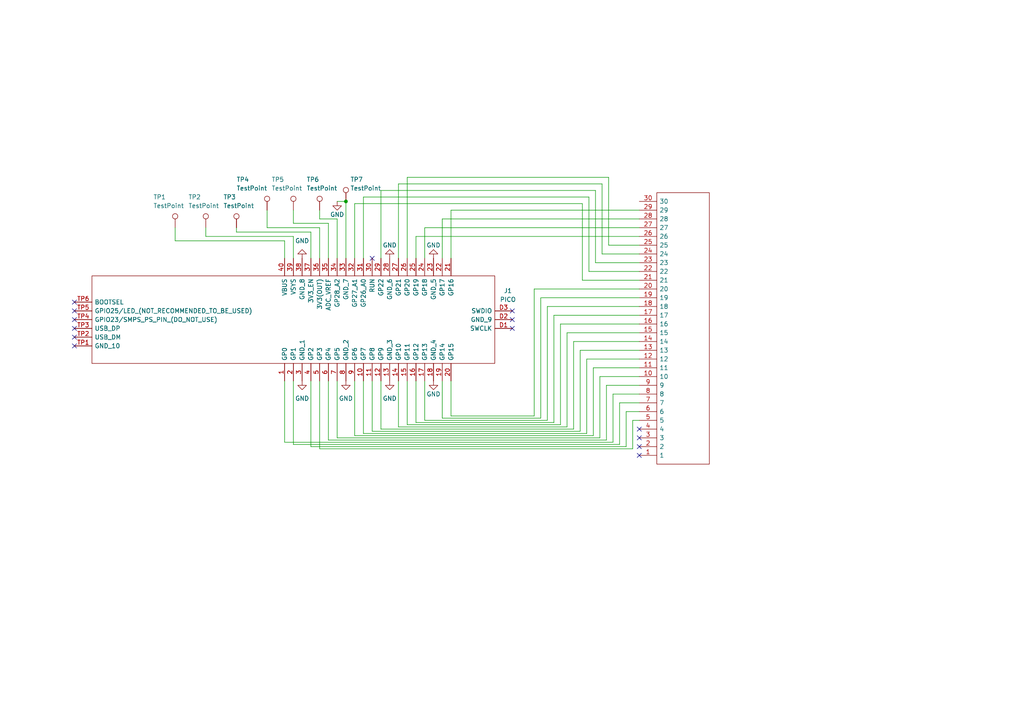
<source format=kicad_sch>
(kicad_sch (version 20211123) (generator eeschema)
  (paper "A4")
  (lib_symbols
    (symbol "Connector:TestPoint" (pin_numbers hide) (pin_names (offset 0.762) hide)
      (property "Reference" "TP" (at 0 6.858 0))
      (property "Value" "TestPoint" (at 0 5.08 0))
      (symbol "TestPoint_0_1"
        (circle (center 0 3.302) (radius 0.762))
      )
      (symbol "TestPoint_1_1"
        (pin passive line (at 0 0 90) (length 2.54) (name "1") (number "1"))
      )
    )
    (symbol "power:GND" (power) (pin_names (offset 0))
      (property "Value" "GND" (at 0 -3.81 0))
      (symbol "GND_0_1"
        (polyline (pts (xy 0 0) (xy 0 -1.27) (xy 1.27 -1.27) (xy 0 -2.54) (xy -1.27 -1.27) (xy 0 -1.27)))
      )
      (symbol "GND_1_1"
        (pin power_in line (at 0 0 270) (length 0) hide (name "GND") (number "1"))
      )
    )
    (symbol "samacsys:502790-3091" (pin_names (offset 0.762))
      (property "Reference" "J?" (at -12.7 81.28 0))
      (property "Value" "502790-3091" (at -12.7 78.74 0))
      (symbol "502790-3091_0_0"
        (pin passive line (at 25.4 0 180) (length 5.08) (name "1") (number "1"))
        (pin passive line (at 25.4 -22.86 180) (length 5.08) (name "10") (number "10"))
        (pin passive line (at 25.4 -25.4 180) (length 5.08) (name "11") (number "11"))
        (pin passive line (at 25.4 -27.94 180) (length 5.08) (name "12") (number "12"))
        (pin passive line (at 25.4 -30.48 180) (length 5.08) (name "13") (number "13"))
        (pin passive line (at 25.4 -33.02 180) (length 5.08) (name "14") (number "14"))
        (pin passive line (at 25.4 -35.56 180) (length 5.08) (name "15") (number "15"))
        (pin passive line (at 25.4 -38.1 180) (length 5.08) (name "16") (number "16"))
        (pin passive line (at 25.4 -40.64 180) (length 5.08) (name "17") (number "17"))
        (pin passive line (at 25.4 -43.18 180) (length 5.08) (name "18") (number "18"))
        (pin passive line (at 25.4 -45.72 180) (length 5.08) (name "19") (number "19"))
        (pin passive line (at 25.4 -2.54 180) (length 5.08) (name "2") (number "2"))
        (pin passive line (at 25.4 -48.26 180) (length 5.08) (name "20") (number "20"))
        (pin passive line (at 25.4 -50.8 180) (length 5.08) (name "21") (number "21"))
        (pin passive line (at 25.4 -53.34 180) (length 5.08) (name "22") (number "22"))
        (pin passive line (at 25.4 -55.88 180) (length 5.08) (name "23") (number "23"))
        (pin passive line (at 25.4 -58.42 180) (length 5.08) (name "24") (number "24"))
        (pin passive line (at 25.4 -60.96 180) (length 5.08) (name "25") (number "25"))
        (pin passive line (at 25.4 -63.5 180) (length 5.08) (name "26") (number "26"))
        (pin passive line (at 25.4 -66.04 180) (length 5.08) (name "27") (number "27"))
        (pin passive line (at 25.4 -68.58 180) (length 5.08) (name "28") (number "28"))
        (pin passive line (at 25.4 -71.12 180) (length 5.08) (name "29") (number "29"))
        (pin passive line (at 25.4 -5.08 180) (length 5.08) (name "3") (number "3"))
        (pin passive line (at 25.4 -73.66 180) (length 5.08) (name "30") (number "30"))
        (pin passive line (at 25.4 -7.62 180) (length 5.08) (name "4") (number "4"))
        (pin passive line (at 25.4 -10.16 180) (length 5.08) (name "5") (number "5"))
        (pin passive line (at 25.4 -12.7 180) (length 5.08) (name "6") (number "6"))
        (pin passive line (at 25.4 -15.24 180) (length 5.08) (name "7") (number "7"))
        (pin passive line (at 25.4 -17.78 180) (length 5.08) (name "8") (number "8"))
        (pin passive line (at 25.4 -20.32 180) (length 5.08) (name "9") (number "9"))
      )
      (symbol "502790-3091_0_1"
        (polyline (pts (xy 5.08 2.54) (xy 20.32 2.54) (xy 20.32 -76.2) (xy 5.08 -76.2) (xy 5.08 2.54)) (stroke (width 0.1524)))
      )
    )
    (symbol "samacsys:PICO" (pin_names (offset 0.762))
      (property "Reference" "J" (at 31.75 60.96 0))
      (property "Value" "PICO" (at 31.75 58.42 0))
      (symbol "PICO_0_0"
        (pin passive line (at 0 0 0) (length 5.08) (name "GP0") (number "1"))
        (pin passive line (at 0 -22.86 0) (length 5.08) (name "GP7") (number "10"))
        (pin passive line (at 0 -25.4 0) (length 5.08) (name "GP8") (number "11"))
        (pin passive line (at 0 -27.94 0) (length 5.08) (name "GP9") (number "12"))
        (pin passive line (at 0 -30.48 0) (length 5.08) (name "GND_3") (number "13"))
        (pin passive line (at 0 -33.02 0) (length 5.08) (name "GP10") (number "14"))
        (pin passive line (at 0 -35.56 0) (length 5.08) (name "GP11") (number "15"))
        (pin passive line (at 0 -38.1 0) (length 5.08) (name "GP12") (number "16"))
        (pin passive line (at 0 -40.64 0) (length 5.08) (name "GP13") (number "17"))
        (pin passive line (at 0 -43.18 0) (length 5.08) (name "GND_4") (number "18"))
        (pin passive line (at 0 -45.72 0) (length 5.08) (name "GP14") (number "19"))
        (pin passive line (at 0 -2.54 0) (length 5.08) (name "GP1") (number "2"))
        (pin passive line (at 0 -48.26 0) (length 5.08) (name "GP15") (number "20"))
        (pin passive line (at 35.56 -48.26 180) (length 5.08) (name "GP16") (number "21"))
        (pin passive line (at 35.56 -45.72 180) (length 5.08) (name "GP17") (number "22"))
        (pin passive line (at 35.56 -43.18 180) (length 5.08) (name "GND_5") (number "23"))
        (pin passive line (at 35.56 -40.64 180) (length 5.08) (name "GP18") (number "24"))
        (pin passive line (at 35.56 -38.1 180) (length 5.08) (name "GP19") (number "25"))
        (pin passive line (at 35.56 -35.56 180) (length 5.08) (name "GP20") (number "26"))
        (pin passive line (at 35.56 -33.02 180) (length 5.08) (name "GP21") (number "27"))
        (pin passive line (at 35.56 -30.48 180) (length 5.08) (name "GND_6") (number "28"))
        (pin passive line (at 35.56 -27.94 180) (length 5.08) (name "GP22") (number "29"))
        (pin passive line (at 0 -5.08 0) (length 5.08) (name "GND_1") (number "3"))
        (pin passive line (at 35.56 -25.4 180) (length 5.08) (name "RUN") (number "30"))
        (pin passive line (at 35.56 -22.86 180) (length 5.08) (name "GP26_A0") (number "31"))
        (pin passive line (at 35.56 -20.32 180) (length 5.08) (name "GP27_A1") (number "32"))
        (pin passive line (at 35.56 -17.78 180) (length 5.08) (name "GND_7") (number "33"))
        (pin passive line (at 35.56 -15.24 180) (length 5.08) (name "GP28_A2") (number "34"))
        (pin passive line (at 35.56 -12.7 180) (length 5.08) (name "ADC_VREF") (number "35"))
        (pin passive line (at 35.56 -10.16 180) (length 5.08) (name "3V3(OUT)") (number "36"))
        (pin passive line (at 35.56 -7.62 180) (length 5.08) (name "3V3_EN") (number "37"))
        (pin passive line (at 35.56 -5.08 180) (length 5.08) (name "GND_8") (number "38"))
        (pin passive line (at 35.56 -2.54 180) (length 5.08) (name "VSYS") (number "39"))
        (pin passive line (at 0 -7.62 0) (length 5.08) (name "GP2") (number "4"))
        (pin passive line (at 35.56 0 180) (length 5.08) (name "VBUS") (number "40"))
        (pin passive line (at 0 -10.16 0) (length 5.08) (name "GP3") (number "5"))
        (pin passive line (at 0 -12.7 0) (length 5.08) (name "GP4") (number "6"))
        (pin passive line (at 0 -15.24 0) (length 5.08) (name "GP5") (number "7"))
        (pin passive line (at 0 -17.78 0) (length 5.08) (name "GND_2") (number "8"))
        (pin passive line (at 0 -20.32 0) (length 5.08) (name "GP6") (number "9"))
        (pin passive line (at 15.24 -66.04 90) (length 5.08) (name "SWCLK") (number "D1"))
        (pin passive line (at 17.78 -66.04 90) (length 5.08) (name "GND_9") (number "D2"))
        (pin passive line (at 20.32 -66.04 90) (length 5.08) (name "SWDIO") (number "D3"))
        (pin passive line (at 10.16 60.96 270) (length 5.08) (name "GND_10") (number "TP1"))
        (pin passive line (at 12.7 60.96 270) (length 5.08) (name "USB_DM") (number "TP2"))
        (pin passive line (at 15.24 60.96 270) (length 5.08) (name "USB_DP") (number "TP3"))
        (pin passive line (at 17.78 60.96 270) (length 5.08) (name "GPIO23/SMPS_PS_PIN_(DO_NOT_USE)") (number "TP4"))
        (pin passive line (at 20.32 60.96 270) (length 5.08) (name "GPIO25/LED_(NOT_RECOMMENDED_TO_BE_USED)") (number "TP5"))
        (pin passive line (at 22.86 60.96 270) (length 5.08) (name "BOOTSEL") (number "TP6"))
      )
      (symbol "PICO_0_1"
        (polyline (pts (xy 5.08 55.88) (xy 30.48 55.88) (xy 30.48 -60.96) (xy 5.08 -60.96) (xy 5.08 55.88)) (stroke (width 0.1524)))
      )
    )
  )
  (junction (at 100.33 58.42))
  (no_connect (at 148.59 90.17))
  (no_connect (at 21.59 95.25))
  (no_connect (at 185.42 132.08))
  (no_connect (at 107.95 74.93))
  (no_connect (at 21.59 100.33))
  (no_connect (at 21.59 92.71))
  (no_connect (at 21.59 90.17))
  (no_connect (at 148.59 92.71))
  (no_connect (at 21.59 97.79))
  (no_connect (at 185.42 129.54))
  (no_connect (at 185.42 127))
  (no_connect (at 185.42 124.46))
  (no_connect (at 148.59 95.25))
  (no_connect (at 21.59 87.63))
  (wire (pts (xy 97.79 127) (xy 173.99 127)))
  (wire (pts (xy 181.61 129.54) (xy 90.17 129.54)))
  (wire (pts (xy 177.8 114.3) (xy 185.42 114.3)))
  (wire (pts (xy 174.625 73.66) (xy 185.42 73.66)))
  (wire (pts (xy 115.57 110.49) (xy 115.57 123.825)))
  (wire (pts (xy 59.69 68.58) (xy 59.69 66.04)))
  (wire (pts (xy 92.71 63.5) (xy 92.71 60.96)))
  (wire (pts (xy 100.33 74.93) (xy 100.33 58.42)))
  (wire (pts (xy 174.625 53.34) (xy 174.625 73.66)))
  (wire (pts (xy 183.515 121.92) (xy 185.42 121.92)))
  (wire (pts (xy 90.17 74.93) (xy 90.17 67.31)))
  (wire (pts (xy 68.58 67.31) (xy 68.58 66.04)))
  (wire (pts (xy 92.71 130.175) (xy 183.515 130.175)))
  (wire (pts (xy 158.75 88.9) (xy 185.42 88.9)))
  (wire (pts (xy 123.19 66.04) (xy 185.42 66.04)))
  (wire (pts (xy 166.37 124.46) (xy 166.37 99.06)))
  (wire (pts (xy 95.25 74.93) (xy 95.25 64.77)))
  (wire (pts (xy 92.71 110.49) (xy 92.71 130.175)))
  (wire (pts (xy 130.81 120.65) (xy 154.94 120.65)))
  (wire (pts (xy 164.465 96.52) (xy 185.42 96.52)))
  (wire (pts (xy 170.815 57.15) (xy 170.815 78.74)))
  (wire (pts (xy 115.57 53.34) (xy 115.57 74.93)))
  (wire (pts (xy 115.57 123.825) (xy 164.465 123.825)))
  (wire (pts (xy 120.65 74.93) (xy 120.65 68.58)))
  (wire (pts (xy 128.27 63.5) (xy 185.42 63.5)))
  (wire (pts (xy 82.55 128.27) (xy 177.8 128.27)))
  (wire (pts (xy 118.11 123.19) (xy 162.56 123.19)))
  (wire (pts (xy 102.87 126.365) (xy 172.085 126.365)))
  (wire (pts (xy 110.49 55.245) (xy 110.49 74.93)))
  (wire (pts (xy 110.49 124.46) (xy 166.37 124.46)))
  (wire (pts (xy 162.56 93.98) (xy 185.42 93.98)))
  (wire (pts (xy 179.705 128.905) (xy 179.705 116.84)))
  (wire (pts (xy 97.79 110.49) (xy 97.79 127)))
  (wire (pts (xy 123.19 66.04) (xy 123.19 74.93)))
  (wire (pts (xy 181.61 129.54) (xy 181.61 119.38)))
  (wire (pts (xy 102.87 59.055) (xy 168.91 59.055)))
  (wire (pts (xy 170.18 104.14) (xy 185.42 104.14)))
  (wire (pts (xy 173.99 109.22) (xy 185.42 109.22)))
  (wire (pts (xy 175.895 111.76) (xy 185.42 111.76)))
  (wire (pts (xy 179.705 116.84) (xy 185.42 116.84)))
  (wire (pts (xy 168.91 59.055) (xy 168.91 81.28)))
  (wire (pts (xy 120.65 68.58) (xy 185.42 68.58)))
  (wire (pts (xy 128.27 110.49) (xy 128.27 121.285)))
  (wire (pts (xy 85.09 74.93) (xy 85.09 68.58)))
  (wire (pts (xy 172.72 55.245) (xy 172.72 76.2)))
  (wire (pts (xy 92.71 66.04) (xy 77.47 66.04)))
  (wire (pts (xy 102.87 110.49) (xy 102.87 126.365)))
  (wire (pts (xy 50.8 69.85) (xy 50.8 66.04)))
  (wire (pts (xy 156.845 121.285) (xy 156.845 86.36)))
  (wire (pts (xy 102.87 59.055) (xy 102.87 74.93)))
  (wire (pts (xy 128.27 63.5) (xy 128.27 74.93)))
  (wire (pts (xy 173.99 127) (xy 173.99 109.22)))
  (wire (pts (xy 154.94 83.82) (xy 185.42 83.82)))
  (wire (pts (xy 164.465 123.825) (xy 164.465 96.52)))
  (wire (pts (xy 107.95 110.49) (xy 107.95 125.095)))
  (wire (pts (xy 110.49 110.49) (xy 110.49 124.46)))
  (wire (pts (xy 177.8 128.27) (xy 177.8 114.3)))
  (wire (pts (xy 170.18 125.73) (xy 170.18 104.14)))
  (wire (pts (xy 162.56 123.19) (xy 162.56 93.98)))
  (wire (pts (xy 120.65 122.555) (xy 160.655 122.555)))
  (wire (pts (xy 105.41 57.15) (xy 170.815 57.15)))
  (wire (pts (xy 130.81 110.49) (xy 130.81 120.65)))
  (wire (pts (xy 95.25 127.635) (xy 175.895 127.635)))
  (wire (pts (xy 118.11 110.49) (xy 118.11 123.19)))
  (wire (pts (xy 105.41 125.73) (xy 170.18 125.73)))
  (wire (pts (xy 120.65 110.49) (xy 120.65 122.555)))
  (wire (pts (xy 172.72 76.2) (xy 185.42 76.2)))
  (wire (pts (xy 85.09 128.905) (xy 179.705 128.905)))
  (wire (pts (xy 154.94 120.65) (xy 154.94 83.82)))
  (wire (pts (xy 128.27 121.285) (xy 156.845 121.285)))
  (wire (pts (xy 181.61 119.38) (xy 185.42 119.38)))
  (wire (pts (xy 160.655 122.555) (xy 160.655 91.44)))
  (wire (pts (xy 176.53 51.435) (xy 176.53 71.12)))
  (wire (pts (xy 168.91 81.28) (xy 185.42 81.28)))
  (wire (pts (xy 92.71 74.93) (xy 92.71 66.04)))
  (wire (pts (xy 95.25 64.77) (xy 85.09 64.77)))
  (wire (pts (xy 130.81 74.93) (xy 130.81 60.96)))
  (wire (pts (xy 105.41 110.49) (xy 105.41 125.73)))
  (wire (pts (xy 85.09 64.77) (xy 85.09 60.96)))
  (wire (pts (xy 90.17 129.54) (xy 90.17 110.49)))
  (wire (pts (xy 175.895 127.635) (xy 175.895 111.76)))
  (wire (pts (xy 97.79 74.93) (xy 97.79 63.5)))
  (wire (pts (xy 158.75 121.92) (xy 158.75 88.9)))
  (wire (pts (xy 77.47 66.04) (xy 77.47 60.96)))
  (wire (pts (xy 172.085 126.365) (xy 172.085 106.68)))
  (wire (pts (xy 166.37 99.06) (xy 185.42 99.06)))
  (wire (pts (xy 118.11 51.435) (xy 176.53 51.435)))
  (wire (pts (xy 85.09 68.58) (xy 59.69 68.58)))
  (wire (pts (xy 160.655 91.44) (xy 185.42 91.44)))
  (wire (pts (xy 123.19 121.92) (xy 158.75 121.92)))
  (wire (pts (xy 97.79 58.42) (xy 100.33 58.42)))
  (wire (pts (xy 90.17 67.31) (xy 68.58 67.31)))
  (wire (pts (xy 118.11 51.435) (xy 118.11 74.93)))
  (wire (pts (xy 156.845 86.36) (xy 185.42 86.36)))
  (wire (pts (xy 110.49 55.245) (xy 172.72 55.245)))
  (wire (pts (xy 105.41 57.15) (xy 105.41 74.93)))
  (wire (pts (xy 172.085 106.68) (xy 185.42 106.68)))
  (wire (pts (xy 82.55 128.27) (xy 82.55 110.49)))
  (wire (pts (xy 107.95 125.095) (xy 168.275 125.095)))
  (wire (pts (xy 85.09 128.905) (xy 85.09 110.49)))
  (wire (pts (xy 130.81 60.96) (xy 185.42 60.96)))
  (wire (pts (xy 97.79 63.5) (xy 92.71 63.5)))
  (wire (pts (xy 183.515 130.175) (xy 183.515 121.92)))
  (wire (pts (xy 170.815 78.74) (xy 185.42 78.74)))
  (wire (pts (xy 176.53 71.12) (xy 185.42 71.12)))
  (wire (pts (xy 123.19 110.49) (xy 123.19 121.92)))
  (wire (pts (xy 82.55 69.85) (xy 82.55 74.93)))
  (wire (pts (xy 82.55 69.85) (xy 50.8 69.85)))
  (wire (pts (xy 115.57 53.34) (xy 174.625 53.34)))
  (wire (pts (xy 168.275 125.095) (xy 168.275 101.6)))
  (wire (pts (xy 95.25 110.49) (xy 95.25 127.635)))
  (wire (pts (xy 168.275 101.6) (xy 185.42 101.6)))
  (symbol (lib_id "power:GND") (at 113.03 74.93 180) (unit 1)
    (property "Reference" "#PWR05" (effects hide))
    (property "Value" "GND" (at 113.03 71.12 0))
  )
  (symbol (lib_id "samacsys:502790-3091") (at 210.82 132.08 180) (unit 1)
    (property "Reference" "J2" (at 223.52 213.36 0))
    (property "Value" "502790-3091" (at 223.52 210.82 0))
    (property "Footprint" "samactech:FPC30_p0.5" (effects hide))
    (property "Datasheet" "https://componentsearchengine.com/Datasheets/2/502790-3091.pdf" (effects hide))
    (property "Description" "0.50mm Pitch Easy-On Front Flip FPC Connector, Surface Mount, ZIF, Double Bottom Contact, 2.50mm Height, Accepts FFC/FPC with Ear-tabs,  Circuits" (effects hide))
    (property "Height" "2.7" (effects hide))
    (property "Manufacturer_Name" "Molex" (effects hide))
    (property "Manufacturer_Part_Number" "502790-3091" (effects hide))
    (property "Allied_Number" "71463237" (effects hide))
  )
  (symbol (lib_id "power:GND") (at 87.63 74.93 180) (unit 1)
    (property "Reference" "#PWR01" (effects hide))
    (property "Value" "GND" (at 87.63 69.85 0))
  )
  (symbol (lib_id "power:GND") (at 125.73 110.49 0) (unit 1)
    (property "Reference" "#PWR08" (effects hide))
    (property "Value" "GND" (at 125.73 114.3 0))
  )
  (symbol (lib_id "Connector:TestPoint") (at 68.58 66.04 0) (unit 1)
    (property "Reference" "TP3" (at 64.77 57.15 0) (effects (justify left)))
    (property "Value" "TestPoint" (at 64.77 59.69 0) (effects (justify left)))
    (property "Footprint" "TestPoint:TestPoint_Pad_1.5x1.5mm" (effects hide))
  )
  (symbol (lib_id "power:GND") (at 125.73 74.93 180) (unit 1)
    (property "Reference" "#PWR07" (effects hide))
    (property "Value" "GND" (at 125.73 71.12 0))
  )
  (symbol (lib_id "power:GND") (at 97.79 58.42 0) (unit 1)
    (property "Reference" "#PWR03" (effects hide))
    (property "Value" "GND" (at 97.79 62.23 0))
  )
  (symbol (lib_id "Connector:TestPoint") (at 59.69 66.04 0) (unit 1)
    (property "Reference" "TP2" (at 54.61 57.15 0) (effects (justify left)))
    (property "Value" "TestPoint" (at 54.61 59.69 0) (effects (justify left)))
    (property "Footprint" "TestPoint:TestPoint_Pad_1.5x1.5mm" (effects hide))
  )
  (symbol (lib_id "samacsys:PICO") (at 82.55 110.49 90) (unit 1)
    (property "Reference" "J1" (at 147.32 84.3405 90))
    (property "Value" "PICO" (at 147.32 86.8805 90))
    (property "Footprint" "samactech:PICO" (effects hide))
    (property "Datasheet" "https://datasheets.raspberrypi.org/pico/pico_datasheet.pdf" (effects hide))
    (property "Description" "RP2040 microcontroller chip designed by Raspberry Pi in the United Kingdom 2  SPI, 2  I2C, 2  UART, 3  12-bit ADC, 16  controllable PWM channels" (effects hide))
    (property "Height" "1" (effects hide))
    (property "Manufacturer_Name" "RASPBERRY-PI" (effects hide))
    (property "Manufacturer_Part_Number" "PICO" (effects hide))
  )
  (symbol (lib_id "power:GND") (at 87.63 110.49 0) (unit 1)
    (property "Reference" "#PWR02" (effects hide))
    (property "Value" "GND" (at 87.63 115.57 0))
  )
  (symbol (lib_id "Connector:TestPoint") (at 85.09 60.96 0) (unit 1)
    (property "Reference" "TP5" (at 78.74 52.07 0) (effects (justify left)))
    (property "Value" "TestPoint" (at 78.74 54.61 0) (effects (justify left)))
    (property "Footprint" "TestPoint:TestPoint_Pad_1.5x1.5mm" (effects hide))
  )
  (symbol (lib_id "Connector:TestPoint") (at 77.47 60.96 0) (unit 1)
    (property "Reference" "TP4" (at 68.58 52.07 0) (effects (justify left)))
    (property "Value" "TestPoint" (at 68.58 54.61 0) (effects (justify left)))
    (property "Footprint" "TestPoint:TestPoint_Pad_1.5x1.5mm" (effects hide))
  )
  (symbol (lib_id "Connector:TestPoint") (at 100.33 58.42 0) (unit 1)
    (property "Reference" "TP7" (at 101.6 52.07 0) (effects (justify left)))
    (property "Value" "TestPoint" (at 101.6 54.61 0) (effects (justify left)))
    (property "Footprint" "TestPoint:TestPoint_Pad_1.5x1.5mm" (effects hide))
  )
  (symbol (lib_id "Connector:TestPoint") (at 92.71 60.96 0) (unit 1)
    (property "Reference" "TP6" (at 88.9 52.07 0) (effects (justify left)))
    (property "Value" "TestPoint" (at 88.9 54.61 0) (effects (justify left)))
    (property "Footprint" "TestPoint:TestPoint_Pad_1.5x1.5mm" (effects hide))
  )
  (symbol (lib_id "Connector:TestPoint") (at 50.8 66.04 0) (unit 1)
    (property "Reference" "TP1" (at 44.45 57.15 0) (effects (justify left)))
    (property "Value" "TestPoint" (at 44.45 59.69 0) (effects (justify left)))
    (property "Footprint" "TestPoint:TestPoint_Pad_1.5x1.5mm" (effects hide))
  )
  (symbol (lib_id "power:GND") (at 100.33 110.49 0) (unit 1)
    (property "Reference" "#PWR04" (effects hide))
    (property "Value" "GND" (at 100.33 115.57 0))
  )
  (symbol (lib_id "power:GND") (at 113.03 110.49 0) (unit 1)
    (property "Reference" "#PWR06" (effects hide))
    (property "Value" "GND" (at 113.03 115.57 0))
  )
)
</source>
